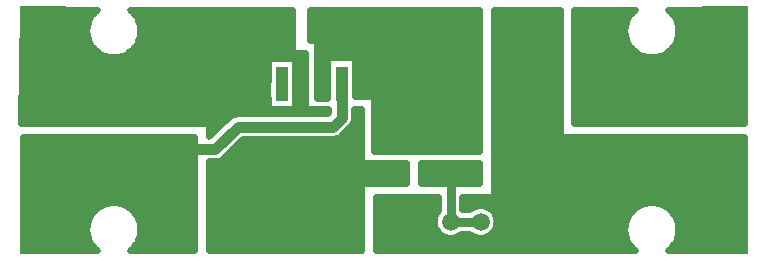
<source format=gbr>
G04 DipTrace 3.3.1.0*
G04 Top.gbr*
%MOMM*%
G04 #@! TF.FileFunction,Copper,L1,Top*
G04 #@! TF.Part,Single*
G04 #@! TA.AperFunction,Conductor*
%ADD13C,0.9*%
%ADD14C,0.8*%
G04 #@! TA.AperFunction,CopperBalancing*
%ADD15C,0.5*%
%ADD18R,2.1X4.05*%
G04 #@! TA.AperFunction,ComponentPad*
%ADD19C,2.1*%
%ADD20R,1.3X1.5*%
%ADD22R,2.4X2.4*%
%ADD23R,2.9X5.4*%
G04 #@! TA.AperFunction,ComponentPad*
%ADD24R,4.0X4.0*%
%ADD25R,1.5X1.5*%
%ADD26C,1.5*%
%ADD28R,1.0X3.0*%
%ADD29R,10.6X9.0*%
G04 #@! TA.AperFunction,ComponentPad*
%ADD30C,2.5*%
G04 #@! TA.AperFunction,ViaPad*
%ADD31C,1.016*%
%FSLAX35Y35*%
G04*
G71*
G90*
G75*
G01*
G04 Top*
%LPD*%
X3771050Y2490050D2*
D13*
Y2199427D1*
X3698750Y2127127D1*
X2889130D1*
X2698627Y1936623D1*
X2308250D1*
Y1695150D1*
X3261050Y2490050D2*
D14*
D3*
X4476800Y1726850D2*
X4678140D1*
X4905773D1*
X4692850Y1321400D2*
Y1712140D1*
X4678140Y1726850D1*
X4692850Y1321400D2*
X4946850D1*
D31*
X3261050Y2490050D3*
X3873373Y1142877D3*
X3746377D3*
X3619373D3*
X3492380D3*
X3365373Y1142873D3*
X3238380D3*
X3111377D3*
X2984383D3*
X2857373Y1142877D3*
X2730380D3*
X3873373Y1269877D3*
X3746380Y1269880D3*
X3619377Y1269877D3*
X3492383D3*
X3365377D3*
X3238383D3*
X3111380D3*
X2984387D3*
X2857377D3*
X2730383D3*
X3873370Y1396870D3*
X3746377Y1396877D3*
X3619370Y1396870D3*
X3492377D3*
X3365373D3*
X3238377D3*
X3111373D3*
X2984380D3*
X2857370D3*
X2730377D3*
X3873370Y1523873D3*
X3746380Y1523877D3*
X3619377Y1523873D3*
X3492380D3*
X3365377D3*
X3238383D3*
X3111380D3*
X2984383D3*
X2857377D3*
X2730380D3*
X3873370Y1650870D3*
X3746373Y1650873D3*
X3619370Y1650870D3*
X3492377D3*
X3365373D3*
X3238377D3*
X3111373D3*
X2984380D3*
X2857370D3*
X2730377D3*
X3873370Y1777873D3*
X3746380Y1777877D3*
X3619377Y1777873D3*
X3492380D3*
X3365377D3*
X3238383D3*
X3111380D3*
X2984383D3*
X2857377D3*
X2730380D3*
X3873370Y1904870D3*
X3746373Y1904873D3*
X3619367Y1904870D3*
X3492377D3*
X3365373D3*
X3238373D3*
X3111373D3*
X2984380D3*
X6222873Y2412877D3*
X6365750D3*
X6508620D3*
X6651500D3*
X6222877Y2269997D3*
X6365753D3*
X6508623Y2270000D3*
X6651500D3*
X2190623Y2984377D3*
X2333500D3*
X2476370D3*
X2619250D3*
X2190627Y2841497D3*
X2333503D3*
X2476373Y2841500D3*
X2619250D3*
X2762120Y2984377D3*
X2905000D3*
X2762123Y2841500D3*
X2905000D3*
X1635000Y2428750D3*
X1777877D3*
X1920747D3*
X1635003Y2285870D3*
X1777880D3*
X1920750Y2285877D3*
X1077673Y1988957D2*
D15*
X2525733D1*
X1077673Y1939290D2*
X2525733D1*
X1077673Y1889623D2*
X2525733D1*
X1077673Y1839957D2*
X2525733D1*
X1077673Y1790290D2*
X2525733D1*
X1077673Y1740623D2*
X2525733D1*
X1077673Y1690957D2*
X2525733D1*
X1077673Y1641290D2*
X2525733D1*
X1077673Y1591623D2*
X2525733D1*
X1077673Y1541957D2*
X2525733D1*
X1077673Y1492290D2*
X2525733D1*
X1077673Y1442623D2*
X1713077D1*
X1969627D2*
X2525733D1*
X1077673Y1392957D2*
X1659027D1*
X2023767D2*
X2525733D1*
X1077673Y1343290D2*
X1629497D1*
X2053297D2*
X2525733D1*
X1077673Y1293623D2*
X1614547D1*
X2068153D2*
X2525733D1*
X1077673Y1243957D2*
X1611267D1*
X2071527D2*
X2525733D1*
X1077673Y1194290D2*
X1619103D1*
X2063687D2*
X2525733D1*
X1077673Y1144623D2*
X1639340D1*
X2043363D2*
X2525733D1*
X1077673Y1094957D2*
X1676710D1*
X2005993D2*
X2525733D1*
X2066013Y1236320D2*
X2063933Y1218750D1*
X2060480Y1201397D1*
X2055677Y1184367D1*
X2049553Y1167770D1*
X2042147Y1151700D1*
X2033500Y1136263D1*
X2023673Y1121553D1*
X2012717Y1107657D1*
X2000707Y1094667D1*
X1987717Y1082657D1*
X1974960Y1072600D1*
X2530660Y1072623D1*
X2530750Y2038653D1*
X1072717Y2038623D1*
X1072627Y1072593D1*
X1707613Y1072623D1*
X1695030Y1082657D1*
X1682040Y1094667D1*
X1670030Y1107657D1*
X1659073Y1121553D1*
X1649247Y1136263D1*
X1640600Y1151700D1*
X1633193Y1167770D1*
X1627070Y1184367D1*
X1622267Y1201397D1*
X1618813Y1218750D1*
X1616733Y1236320D1*
X1616040Y1254000D1*
X1616733Y1271680D1*
X1618813Y1289250D1*
X1622267Y1306603D1*
X1627070Y1323633D1*
X1633193Y1340230D1*
X1640600Y1356300D1*
X1649247Y1371737D1*
X1659073Y1386447D1*
X1670030Y1400343D1*
X1682040Y1413333D1*
X1695030Y1425343D1*
X1708927Y1436300D1*
X1723637Y1446127D1*
X1739073Y1454773D1*
X1755143Y1462180D1*
X1771740Y1468303D1*
X1788770Y1473107D1*
X1806123Y1476560D1*
X1823693Y1478640D1*
X1841373Y1479333D1*
X1859053Y1478640D1*
X1876623Y1476560D1*
X1893977Y1473107D1*
X1911007Y1468303D1*
X1927603Y1462180D1*
X1943673Y1454773D1*
X1959110Y1446127D1*
X1973820Y1436300D1*
X1987717Y1425343D1*
X2000707Y1413333D1*
X2012717Y1400343D1*
X2023673Y1386447D1*
X2033500Y1371737D1*
X2042147Y1356300D1*
X2049553Y1340230D1*
X2055677Y1323633D1*
X2060480Y1306603D1*
X2063933Y1289250D1*
X2066013Y1271680D1*
X2066707Y1254000D1*
X2066013Y1236320D1*
X1076470Y3068457D2*
X1653540D1*
X2029217D2*
X3351223D1*
X1075650Y3018790D2*
X1626470D1*
X2056287D2*
X3351223D1*
X1074920Y2969123D2*
X1613347D1*
X2069413D2*
X3351223D1*
X1074100Y2919457D2*
X1611703D1*
X2071053D2*
X3351223D1*
X1073370Y2869790D2*
X1621183D1*
X2061573D2*
X3351223D1*
X1072550Y2820123D2*
X1643607D1*
X2039153D2*
X3351223D1*
X1071820Y2770457D2*
X1684347D1*
X1998410D2*
X3352407D1*
X1071000Y2720790D2*
X1772030D1*
X1910727D2*
X3462330D1*
X1070273Y2671123D2*
X3146053D1*
X3376080D2*
X3462330D1*
X1069453Y2621457D2*
X3146053D1*
X3376080D2*
X3462330D1*
X1068723Y2571790D2*
X3146053D1*
X3376080D2*
X3462330D1*
X1067903Y2522123D2*
X3146053D1*
X3376080D2*
X3462330D1*
X1067173Y2472457D2*
X3146053D1*
X3376080D2*
X3462330D1*
X1066353Y2422790D2*
X3146053D1*
X3376080D2*
X3462330D1*
X1065623Y2373123D2*
X3146053D1*
X3376080D2*
X3462330D1*
X1064803Y2323457D2*
X3146053D1*
X3376080D2*
X3462330D1*
X1064073Y2273790D2*
X3661027D1*
X3881027D2*
X3938657D1*
X1063253Y2224123D2*
X2843903D1*
X3881027D2*
X3938657D1*
X1062523Y2174457D2*
X2782930D1*
X3878020D2*
X3938657D1*
X2649283Y2124790D2*
X2733347D1*
X3849947D2*
X3938657D1*
X2649283Y2075123D2*
X2683563D1*
X3800273D2*
X3938657D1*
X3730000Y2025457D2*
X3938657D1*
X2891273Y1975790D2*
X3938657D1*
X2841600Y1926123D2*
X3938657D1*
X2791927Y1876457D2*
X3938657D1*
X2649283Y1826790D2*
X3943307D1*
X2649283Y1777123D2*
X4319647D1*
X2649283Y1727457D2*
X4319647D1*
X2649283Y1677790D2*
X4319647D1*
X2649283Y1628123D2*
X3940297D1*
X2649283Y1578457D2*
X3938657D1*
X2649283Y1528790D2*
X3938657D1*
X2649283Y1479123D2*
X3938657D1*
X2649283Y1429457D2*
X3938657D1*
X2649283Y1379790D2*
X3938657D1*
X2649283Y1330123D2*
X3938657D1*
X2649283Y1280457D2*
X3938657D1*
X2649283Y1230790D2*
X3938657D1*
X2649283Y1181123D2*
X3938657D1*
X2649283Y1131457D2*
X3938657D1*
X2649283Y1081790D2*
X3938657D1*
X2066017Y2919070D2*
X2063937Y2901500D1*
X2060483Y2884147D1*
X2055680Y2867117D1*
X2049557Y2850520D1*
X2042150Y2834450D1*
X2033503Y2819013D1*
X2023677Y2804303D1*
X2012720Y2790407D1*
X2000710Y2777417D1*
X1987720Y2765407D1*
X1973823Y2754450D1*
X1959113Y2744623D1*
X1943677Y2735977D1*
X1927607Y2728570D1*
X1911010Y2722447D1*
X1893980Y2717643D1*
X1876627Y2714190D1*
X1859057Y2712110D1*
X1841377Y2711417D1*
X1823697Y2712110D1*
X1806127Y2714190D1*
X1788773Y2717643D1*
X1771743Y2722447D1*
X1755147Y2728570D1*
X1739077Y2735977D1*
X1723640Y2744623D1*
X1708930Y2754450D1*
X1695033Y2765407D1*
X1682043Y2777417D1*
X1670033Y2790407D1*
X1659077Y2804303D1*
X1649250Y2819013D1*
X1640603Y2834450D1*
X1633197Y2850520D1*
X1627073Y2867117D1*
X1622270Y2884147D1*
X1618817Y2901500D1*
X1616737Y2919070D1*
X1616043Y2936750D1*
X1616737Y2954430D1*
X1618817Y2972000D1*
X1622270Y2989353D1*
X1627073Y3006383D1*
X1633197Y3022980D1*
X1640603Y3039050D1*
X1649250Y3054487D1*
X1659077Y3069197D1*
X1670033Y3083093D1*
X1682043Y3096083D1*
X1695033Y3108093D1*
X1707790Y3118150D1*
X1072253Y3118123D1*
X1057143Y2152190D1*
X2623160Y2151817D1*
X2630600Y2149400D1*
X2636927Y2144800D1*
X2641527Y2138473D1*
X2643943Y2131033D1*
X2644250Y2057123D1*
Y2041537D1*
X2657380Y2043867D1*
X2820937Y2206970D1*
X2834267Y2216653D1*
X2848947Y2224133D1*
X2864617Y2229227D1*
X2880893Y2231803D1*
X2982463Y2232127D1*
X3655210D1*
X3666073Y2242943D1*
X3666050Y2276810D1*
X3488463Y2277057D1*
X3481023Y2279473D1*
X3474697Y2284073D1*
X3470097Y2290400D1*
X3467680Y2297840D1*
X3467373Y2371750D1*
Y2753013D1*
X3377340Y2753307D1*
X3369900Y2755723D1*
X3363573Y2760323D1*
X3358973Y2766650D1*
X3356557Y2774090D1*
X3356250Y2848000D1*
Y3118067D1*
X1975143Y3118123D1*
X1987720Y3108093D1*
X2000710Y3096083D1*
X2012720Y3083093D1*
X2023677Y3069197D1*
X2033503Y3054487D1*
X2042150Y3039050D1*
X2049557Y3022980D1*
X2055680Y3006383D1*
X2060483Y2989353D1*
X2063937Y2972000D1*
X2066017Y2954430D1*
X2066710Y2936750D1*
X2066017Y2919070D1*
X3174383Y2700050D2*
X3371050D1*
X3371510Y2498743D1*
Y2481357D1*
X3371050Y2466717D1*
Y2280050D1*
X3151050D1*
X3150590Y2481357D1*
Y2498743D1*
X3151050Y2513383D1*
Y2700050D1*
X3174383D1*
X3876050Y2276677D2*
X3875727Y2191190D1*
X3873150Y2174913D1*
X3868057Y2159243D1*
X3860577Y2144563D1*
X3850893Y2131233D1*
X3772997Y2052880D1*
X3760467Y2042180D1*
X3746420Y2033570D1*
X3731197Y2027267D1*
X3715177Y2023420D1*
X3698750Y2022127D1*
X2932670D1*
X2766820Y1856780D1*
X2753490Y1847097D1*
X2738810Y1839617D1*
X2723140Y1834523D1*
X2706863Y1831947D1*
X2644213Y1831623D1*
X2644250Y1072657D1*
X3943690Y1072623D1*
X3943933Y1623033D1*
X3946350Y1630473D1*
X3950950Y1636800D1*
X3957277Y1641400D1*
X3964717Y1643817D1*
X4038627Y1644123D1*
X4324550D1*
X4324627Y1816453D1*
X3964717Y1816680D1*
X3957277Y1819097D1*
X3950950Y1823697D1*
X3946350Y1830023D1*
X3943933Y1837463D1*
X3943627Y1911373D1*
Y2276777D1*
X3876113Y2276750D1*
X5744920Y3068457D2*
X6209697D1*
X6585373D2*
X7177120D1*
X5744920Y3018790D2*
X6182627D1*
X6612353D2*
X7177120D1*
X5744920Y2969123D2*
X6169503D1*
X6625480D2*
X7177120D1*
X5744920Y2919457D2*
X6167860D1*
X6627210D2*
X7177120D1*
X5744920Y2869790D2*
X6177340D1*
X6617640D2*
X7177120D1*
X5744920Y2820123D2*
X6199670D1*
X6595310D2*
X7177120D1*
X5744920Y2770457D2*
X6240413D1*
X6554567D2*
X7177120D1*
X5744920Y2720790D2*
X6328187D1*
X6466793D2*
X7177120D1*
X5744920Y2671123D2*
X7177120D1*
X5744920Y2621457D2*
X7177120D1*
X5744920Y2571790D2*
X7177120D1*
X5744920Y2522123D2*
X7177120D1*
X5744920Y2472457D2*
X7177120D1*
X5744920Y2422790D2*
X7177120D1*
X5744920Y2373123D2*
X7177120D1*
X5744920Y2323457D2*
X7177120D1*
X5744920Y2273790D2*
X7177120D1*
X5744920Y2224123D2*
X7177120D1*
X5744920Y2174457D2*
X7177120D1*
X6622143Y2919070D2*
X6620063Y2901500D1*
X6616610Y2884147D1*
X6611807Y2867117D1*
X6605683Y2850520D1*
X6598277Y2834450D1*
X6589630Y2819013D1*
X6579803Y2804303D1*
X6568847Y2790407D1*
X6556837Y2777417D1*
X6543847Y2765407D1*
X6529950Y2754450D1*
X6515240Y2744623D1*
X6499803Y2735977D1*
X6483733Y2728570D1*
X6467137Y2722447D1*
X6450107Y2717643D1*
X6432753Y2714190D1*
X6415183Y2712110D1*
X6397503Y2711417D1*
X6379823Y2712110D1*
X6362253Y2714190D1*
X6344900Y2717643D1*
X6327870Y2722447D1*
X6311273Y2728570D1*
X6295203Y2735977D1*
X6279767Y2744623D1*
X6265057Y2754450D1*
X6251160Y2765407D1*
X6238170Y2777417D1*
X6226160Y2790407D1*
X6215203Y2804303D1*
X6205377Y2819013D1*
X6196730Y2834450D1*
X6189323Y2850520D1*
X6183200Y2867117D1*
X6178397Y2884147D1*
X6174943Y2901500D1*
X6172863Y2919070D1*
X6172170Y2936750D1*
X6172863Y2954430D1*
X6174943Y2972000D1*
X6178397Y2989353D1*
X6183200Y3006383D1*
X6189323Y3022980D1*
X6196730Y3039050D1*
X6205377Y3054487D1*
X6215203Y3069197D1*
X6226160Y3083093D1*
X6238170Y3096083D1*
X6251160Y3108093D1*
X6263917Y3118150D1*
X5739953Y3118123D1*
X5739873Y2152093D1*
X7182047Y2152123D1*
X7182127Y3118153D1*
X6531280Y3118123D1*
X6543847Y3108093D1*
X6556837Y3096083D1*
X6568847Y3083093D1*
X6579803Y3069197D1*
X6589630Y3054487D1*
X6598277Y3039050D1*
X6605683Y3022980D1*
X6611807Y3006383D1*
X6616610Y2989353D1*
X6620063Y2972000D1*
X6622143Y2954430D1*
X6622837Y2936750D1*
X6622143Y2919070D1*
X5062223Y3068457D2*
X5621340D1*
X5062223Y3018790D2*
X5621340D1*
X5062223Y2969123D2*
X5621340D1*
X5062223Y2919457D2*
X5621340D1*
X5062223Y2869790D2*
X5621340D1*
X5062223Y2820123D2*
X5621340D1*
X5062223Y2770457D2*
X5621340D1*
X5062223Y2720790D2*
X5621340D1*
X5062223Y2671123D2*
X5621340D1*
X5062223Y2621457D2*
X5621340D1*
X5062223Y2571790D2*
X5621340D1*
X5062223Y2522123D2*
X5621340D1*
X5062223Y2472457D2*
X5621340D1*
X5062223Y2422790D2*
X5621340D1*
X5062223Y2373123D2*
X5621340D1*
X5062223Y2323457D2*
X5621340D1*
X5062223Y2273790D2*
X5621340D1*
X5062223Y2224123D2*
X5621340D1*
X5062223Y2174457D2*
X5621340D1*
X5062223Y2124790D2*
X5621340D1*
X5062223Y2075123D2*
X5621340D1*
X5062223Y2025457D2*
X7177107D1*
X5062223Y1975790D2*
X7177107D1*
X5062223Y1926123D2*
X7177107D1*
X5062223Y1876457D2*
X7177107D1*
X5062223Y1826790D2*
X7177107D1*
X5062223Y1777123D2*
X7177107D1*
X5062223Y1727457D2*
X7177107D1*
X5062223Y1677790D2*
X7177107D1*
X5062223Y1628123D2*
X7177107D1*
X5062223Y1578457D2*
X7177107D1*
X4062173Y1528790D2*
X4587837D1*
X4797810D2*
X7177107D1*
X4062173Y1479123D2*
X4587837D1*
X4797810D2*
X6382770D1*
X6412237D2*
X7177107D1*
X4062173Y1429457D2*
X4587837D1*
X4797810D2*
X4860910D1*
X5032783D2*
X6251157D1*
X6543890D2*
X7177107D1*
X4062173Y1379790D2*
X4566143D1*
X5073527D2*
X6205583D1*
X6589463D2*
X7177107D1*
X4062173Y1330123D2*
X4553110D1*
X5086560D2*
X6180427D1*
X6614620D2*
X7177107D1*
X4062173Y1280457D2*
X4559217D1*
X5080453D2*
X6168760D1*
X6626287D2*
X7177107D1*
X4062173Y1230790D2*
X4587747D1*
X5051923D2*
X6168397D1*
X6626650D2*
X7177107D1*
X4062173Y1181123D2*
X6179243D1*
X6615713D2*
X7177107D1*
X4062173Y1131457D2*
X6203397D1*
X6591560D2*
X7177107D1*
X4062173Y1081790D2*
X6247147D1*
X6547810D2*
X7177107D1*
X6622140Y1236320D2*
X6620060Y1218750D1*
X6616607Y1201397D1*
X6611803Y1184367D1*
X6605680Y1167770D1*
X6598273Y1151700D1*
X6589627Y1136263D1*
X6579800Y1121553D1*
X6568843Y1107657D1*
X6556833Y1094667D1*
X6543843Y1082657D1*
X6531087Y1072600D1*
X7182037Y1072623D1*
X7182127Y2038653D1*
X5647467Y2038930D1*
X5640027Y2041347D1*
X5633700Y2045947D1*
X5629100Y2052273D1*
X5626683Y2059713D1*
X5626377Y2133623D1*
Y3118090D1*
X5057197Y3118123D1*
X5056943Y1551713D1*
X5054527Y1544273D1*
X5049927Y1537947D1*
X5043600Y1533347D1*
X5036160Y1530930D1*
X4962250Y1530623D1*
X4792810D1*
X4792850Y1421477D1*
X4856093Y1421400D1*
X4867500Y1430617D1*
X4885560Y1441687D1*
X4905133Y1449793D1*
X4925730Y1454737D1*
X4946850Y1456400D1*
X4967970Y1454737D1*
X4988567Y1449793D1*
X5008140Y1441687D1*
X5026200Y1430617D1*
X5042310Y1416860D1*
X5056067Y1400750D1*
X5067137Y1382690D1*
X5075243Y1363117D1*
X5080187Y1342520D1*
X5081850Y1321400D1*
X5080187Y1300280D1*
X5075243Y1279683D1*
X5067137Y1260110D1*
X5056067Y1242050D1*
X5042310Y1225940D1*
X5026200Y1212183D1*
X5008140Y1201113D1*
X4988567Y1193007D1*
X4967970Y1188063D1*
X4946850Y1186400D1*
X4925730Y1188063D1*
X4905133Y1193007D1*
X4885560Y1201113D1*
X4867500Y1212183D1*
X4856287Y1221417D1*
X4783607Y1221400D1*
X4772200Y1212183D1*
X4754140Y1201113D1*
X4734567Y1193007D1*
X4713970Y1188063D1*
X4692850Y1186400D1*
X4671730Y1188063D1*
X4651133Y1193007D1*
X4631560Y1201113D1*
X4613500Y1212183D1*
X4597390Y1225940D1*
X4583633Y1242050D1*
X4572563Y1260110D1*
X4564457Y1279683D1*
X4559513Y1300280D1*
X4557850Y1321400D1*
X4559513Y1342520D1*
X4564457Y1363117D1*
X4572563Y1382690D1*
X4583633Y1400750D1*
X4592867Y1411963D1*
X4592850Y1530580D1*
X4057080Y1530623D1*
X4057127Y1072640D1*
X6263833Y1072623D1*
X6251157Y1082657D1*
X6238167Y1094667D1*
X6226157Y1107657D1*
X6215200Y1121553D1*
X6205373Y1136263D1*
X6196727Y1151700D1*
X6189320Y1167770D1*
X6183197Y1184367D1*
X6178393Y1201397D1*
X6174940Y1218750D1*
X6172860Y1236320D1*
X6172167Y1254000D1*
X6172860Y1271680D1*
X6174940Y1289250D1*
X6178393Y1306603D1*
X6183197Y1323633D1*
X6189320Y1340230D1*
X6196727Y1356300D1*
X6205373Y1371737D1*
X6215200Y1386447D1*
X6226157Y1400343D1*
X6238167Y1413333D1*
X6251157Y1425343D1*
X6265053Y1436300D1*
X6279763Y1446127D1*
X6295200Y1454773D1*
X6311270Y1462180D1*
X6327867Y1468303D1*
X6344897Y1473107D1*
X6362250Y1476560D1*
X6379820Y1478640D1*
X6397500Y1479333D1*
X6415180Y1478640D1*
X6432750Y1476560D1*
X6450103Y1473107D1*
X6467133Y1468303D1*
X6483730Y1462180D1*
X6499800Y1454773D1*
X6515237Y1446127D1*
X6529947Y1436300D1*
X6543843Y1425343D1*
X6556833Y1413333D1*
X6568843Y1400343D1*
X6579800Y1386447D1*
X6589627Y1371737D1*
X6598273Y1356300D1*
X6605680Y1340230D1*
X6611803Y1323633D1*
X6616607Y1306603D1*
X6620060Y1289250D1*
X6622140Y1271680D1*
X6622833Y1254000D1*
X6622140Y1236320D1*
X3506547Y3068457D2*
X4938747D1*
X3506547Y3018790D2*
X4938747D1*
X3506547Y2969123D2*
X4938747D1*
X3506547Y2919457D2*
X4938747D1*
X3506547Y2869790D2*
X4938747D1*
X3569983Y2820123D2*
X4938747D1*
X3569983Y2770457D2*
X4938747D1*
X3569983Y2720790D2*
X4938747D1*
X3569983Y2671123D2*
X3649307D1*
X3887537D2*
X4938747D1*
X3569983Y2621457D2*
X3649853D1*
X3887537D2*
X4938747D1*
X3569983Y2571790D2*
X3650310D1*
X3887537D2*
X4938747D1*
X3569983Y2522123D2*
X3650857D1*
X3887537D2*
X4938747D1*
X3569983Y2472457D2*
X3651403D1*
X3887537D2*
X4938747D1*
X3569983Y2422790D2*
X3651950D1*
X3887537D2*
X4938747D1*
X3569983Y2373123D2*
X3652497D1*
X4029083D2*
X4938747D1*
X4046220Y2323457D2*
X4938747D1*
X4046220Y2273790D2*
X4938747D1*
X4046220Y2224123D2*
X4938747D1*
X4046220Y2174457D2*
X4938747D1*
X4046220Y2124790D2*
X4938747D1*
X4046220Y2075123D2*
X4938747D1*
X4046220Y2025457D2*
X4938747D1*
X4046220Y1975790D2*
X4938747D1*
X4046220Y1926123D2*
X4938747D1*
X3875543Y2700050D2*
X3881050D1*
X3881277Y2690477D1*
X3882500Y2682750D1*
Y2374403D1*
X4020160Y2374070D1*
X4027600Y2371653D1*
X4033927Y2367053D1*
X4038527Y2360727D1*
X4040943Y2353287D1*
X4041250Y2279377D1*
Y1913973D1*
X4943660Y1914000D1*
X4943750Y3118100D1*
X3501577Y3118123D1*
X3501500Y2850637D1*
X3543910Y2850317D1*
X3551350Y2847900D1*
X3557677Y2843300D1*
X3562277Y2836973D1*
X3564693Y2829533D1*
X3565000Y2755623D1*
Y2361783D1*
X3657620Y2361750D1*
X3654433Y2686020D1*
X3656773Y2693483D1*
X3661050Y2700050D1*
X3667580Y2704523D1*
X3674993Y2707020D1*
X3725780Y2707470D1*
X3861410Y2707443D1*
X3868850Y2705027D1*
X3875183Y2700423D1*
X4443173Y1766710D2*
X4938757D1*
X4443173Y1717043D2*
X4938757D1*
X4443173Y1667377D2*
X4938757D1*
X4943687Y1816377D2*
X4438190Y1816373D1*
X4438127Y1644043D1*
X4943687Y1644123D1*
X4943750Y1816453D1*
D18*
X2308250Y1695150D3*
Y2505150D3*
D19*
Y1850150D3*
Y2350150D3*
D20*
X2491100Y1289600D3*
X2681100D3*
D18*
X5941423Y1696250D3*
Y2506250D3*
D19*
Y1851250D3*
Y2351250D3*
D20*
X5588877Y2968500D3*
X5778877D3*
X5095777Y1726850D3*
X4905777D3*
D22*
X3644100Y2959127D3*
X3204100D3*
D23*
X4224200Y2513950D3*
X5194200D3*
D24*
X1242950Y2951150D3*
Y1241927D3*
X7014650Y2951150D3*
Y1241927D3*
D25*
X4438850Y1321400D3*
D26*
X4692850D3*
X4946850D3*
D20*
X4286800Y1726850D3*
X4476800D3*
D28*
X3771050Y2490050D3*
X3601050D3*
X3431050D3*
X3261050D3*
X3091050D3*
D29*
X3431050Y1500050D3*
D30*
X1242950Y1842577D3*
Y2342577D3*
X7006700D3*
Y1842577D3*
M02*

</source>
